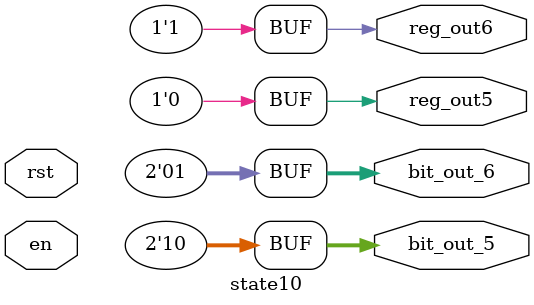
<source format=v>
module state10(
input rst,
input en,
output [1:0] bit_out_5,
output [1:0] bit_out_6,
output reg_out5,
output reg_out6
    );
assign bit_out_5 = 2'b10;
assign bit_out_6 = 2'b01;
assign reg_out5 = 0;
assign reg_out6 = 1;
endmodule
</source>
